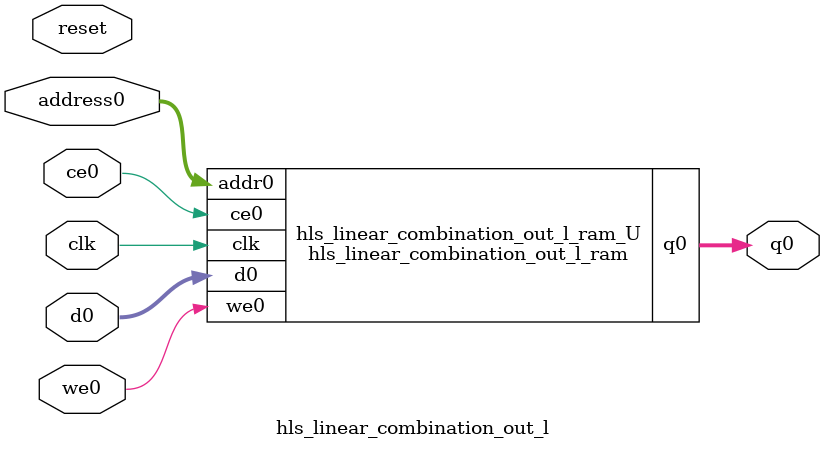
<source format=v>
`timescale 1 ns / 1 ps
module hls_linear_combination_out_l_ram (addr0, ce0, d0, we0, q0,  clk);

parameter DWIDTH = 5;
parameter AWIDTH = 6;
parameter MEM_SIZE = 60;

input[AWIDTH-1:0] addr0;
input ce0;
input[DWIDTH-1:0] d0;
input we0;
output reg[DWIDTH-1:0] q0;
input clk;

reg [DWIDTH-1:0] ram[0:MEM_SIZE-1];




always @(posedge clk)  
begin 
    if (ce0) begin
        if (we0) 
            ram[addr0] <= d0; 
        q0 <= ram[addr0];
    end
end


endmodule

`timescale 1 ns / 1 ps
module hls_linear_combination_out_l(
    reset,
    clk,
    address0,
    ce0,
    we0,
    d0,
    q0);

parameter DataWidth = 32'd5;
parameter AddressRange = 32'd60;
parameter AddressWidth = 32'd6;
input reset;
input clk;
input[AddressWidth - 1:0] address0;
input ce0;
input we0;
input[DataWidth - 1:0] d0;
output[DataWidth - 1:0] q0;



hls_linear_combination_out_l_ram hls_linear_combination_out_l_ram_U(
    .clk( clk ),
    .addr0( address0 ),
    .ce0( ce0 ),
    .we0( we0 ),
    .d0( d0 ),
    .q0( q0 ));

endmodule


</source>
